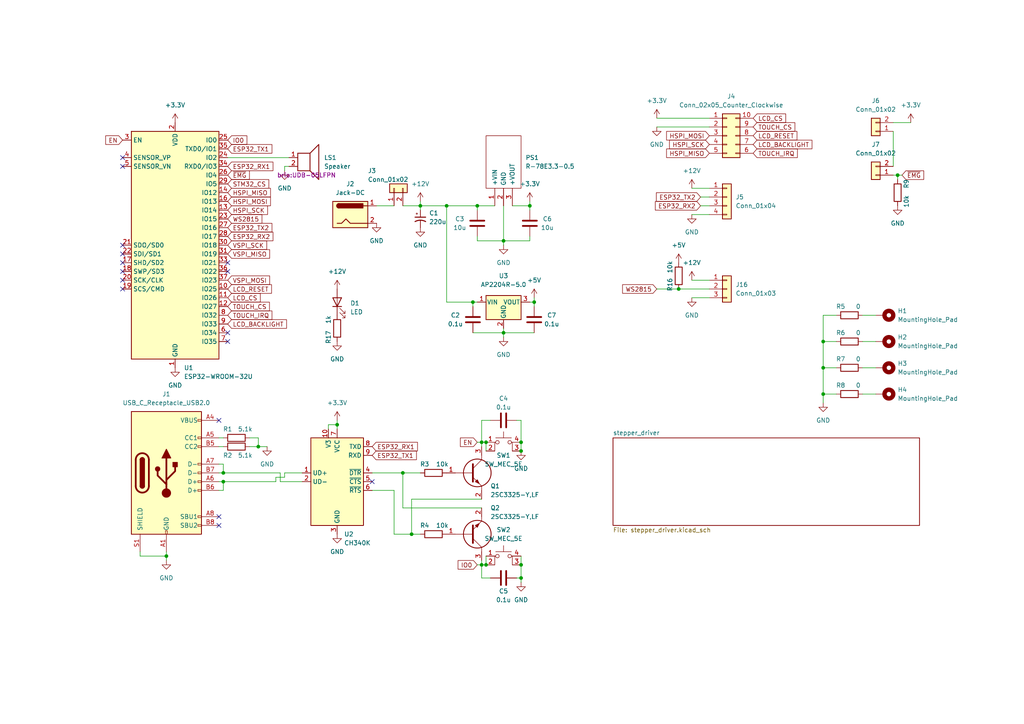
<source format=kicad_sch>
(kicad_sch (version 20211123) (generator eeschema)
  (paper "A4")
  (lib_symbols
    (symbol "Connector:Jack-DC" (pin_names (offset 1.016))
      (property "Reference" "J" (at 0 5.334 0))
      (property "Value" "Jack-DC" (at 0 -5.08 0))
      (symbol "Jack-DC_0_1"
        (rectangle (start -5.08 3.81) (end 5.08 -3.81) (stroke (width 0.254)) (fill (type background)))
        (arc (start -3.302 3.175) (mid -3.937 2.54) (end -3.302 1.905) (stroke (width 0.254)))
        (arc (start -3.302 3.175) (mid -3.937 2.54) (end -3.302 1.905) (stroke (width 0.254)) (fill (type outline)))
        (polyline (pts (xy 5.08 2.54) (xy 3.81 2.54)) (stroke (width 0.254)))
        (polyline (pts (xy -3.81 -2.54) (xy -2.54 -2.54) (xy -1.27 -1.27) (xy 0 -2.54) (xy 2.54 -2.54) (xy 5.08 -2.54)) (stroke (width 0.254)))
        (rectangle (start 3.683 3.175) (end -3.302 1.905) (stroke (width 0.254)) (fill (type outline)))
      )
      (symbol "Jack-DC_1_1"
        (pin passive line (at 7.62 2.54 180) (length 2.54) (name "~") (number "1"))
        (pin passive line (at 7.62 -2.54 180) (length 2.54) (name "~") (number "2"))
      )
    )
    (symbol "Connector:USB_C_Receptacle_USB2.0" (pin_names (offset 1.016))
      (property "Reference" "J" (at -10.16 19.05 0))
      (property "Value" "USB_C_Receptacle_USB2.0" (at 19.05 19.05 0))
      (symbol "USB_C_Receptacle_USB2.0_0_0"
        (rectangle (start -0.254 -17.78) (end 0.254 -16.764))
        (rectangle (start 10.16 -14.986) (end 9.144 -15.494))
        (rectangle (start 10.16 -12.446) (end 9.144 -12.954))
        (rectangle (start 10.16 -4.826) (end 9.144 -5.334))
        (rectangle (start 10.16 -2.286) (end 9.144 -2.794))
        (rectangle (start 10.16 0.254) (end 9.144 -0.254))
        (rectangle (start 10.16 2.794) (end 9.144 2.286))
        (rectangle (start 10.16 7.874) (end 9.144 7.366))
        (rectangle (start 10.16 10.414) (end 9.144 9.906))
        (rectangle (start 10.16 15.494) (end 9.144 14.986))
      )
      (symbol "USB_C_Receptacle_USB2.0_0_1"
        (rectangle (start -10.16 17.78) (end 10.16 -17.78) (stroke (width 0.254)) (fill (type background)))
        (arc (start -8.89 -3.81) (mid -6.985 -5.715) (end -5.08 -3.81) (stroke (width 0.508)))
        (arc (start -7.62 -3.81) (mid -6.985 -4.445) (end -6.35 -3.81) (stroke (width 0.254)))
        (arc (start -7.62 -3.81) (mid -6.985 -4.445) (end -6.35 -3.81) (stroke (width 0.254)) (fill (type outline)))
        (rectangle (start -7.62 -3.81) (end -6.35 3.81) (stroke (width 0.254)) (fill (type outline)))
        (arc (start -6.35 3.81) (mid -6.985 4.445) (end -7.62 3.81) (stroke (width 0.254)))
        (arc (start -6.35 3.81) (mid -6.985 4.445) (end -7.62 3.81) (stroke (width 0.254)) (fill (type outline)))
        (arc (start -5.08 3.81) (mid -6.985 5.715) (end -8.89 3.81) (stroke (width 0.508)))
        (circle (center -2.54 1.143) (radius 0.635) (stroke (width 0.254)) (fill (type outline)))
        (circle (center 0 -5.842) (radius 1.27) (fill (type outline)))
        (polyline (pts (xy -8.89 -3.81) (xy -8.89 3.81)) (stroke (width 0.508)))
        (polyline (pts (xy -5.08 3.81) (xy -5.08 -3.81)) (stroke (width 0.508)))
        (polyline (pts (xy 0 -5.842) (xy 0 4.318)) (stroke (width 0.508)))
        (polyline (pts (xy 0 -3.302) (xy -2.54 -0.762) (xy -2.54 0.508)) (stroke (width 0.508)))
        (polyline (pts (xy 0 -2.032) (xy 2.54 0.508) (xy 2.54 1.778)) (stroke (width 0.508)))
        (polyline (pts (xy -1.27 4.318) (xy 0 6.858) (xy 1.27 4.318) (xy -1.27 4.318)) (stroke (width 0.254)) (fill (type outline)))
        (rectangle (start 1.905 1.778) (end 3.175 3.048) (stroke (width 0.254)) (fill (type outline)))
      )
      (symbol "USB_C_Receptacle_USB2.0_1_1"
        (pin passive line (at 0 -22.86 90) (length 5.08) (name "GND") (number "A1"))
        (pin passive line (at 0 -22.86 90) (length 5.08) hide (name "GND") (number "A12"))
        (pin passive line (at 15.24 15.24 180) (length 5.08) (name "VBUS") (number "A4"))
        (pin bidirectional line (at 15.24 10.16 180) (length 5.08) (name "CC1") (number "A5"))
        (pin bidirectional line (at 15.24 -2.54 180) (length 5.08) (name "D+") (number "A6"))
        (pin bidirectional line (at 15.24 2.54 180) (length 5.08) (name "D-") (number "A7"))
        (pin bidirectional line (at 15.24 -12.7 180) (length 5.08) (name "SBU1") (number "A8"))
        (pin passive line (at 15.24 15.24 180) (length 5.08) hide (name "VBUS") (number "A9"))
        (pin passive line (at 0 -22.86 90) (length 5.08) hide (name "GND") (number "B1"))
        (pin passive line (at 0 -22.86 90) (length 5.08) hide (name "GND") (number "B12"))
        (pin passive line (at 15.24 15.24 180) (length 5.08) hide (name "VBUS") (number "B4"))
        (pin bidirectional line (at 15.24 7.62 180) (length 5.08) (name "CC2") (number "B5"))
        (pin bidirectional line (at 15.24 -5.08 180) (length 5.08) (name "D+") (number "B6"))
        (pin bidirectional line (at 15.24 0 180) (length 5.08) (name "D-") (number "B7"))
        (pin bidirectional line (at 15.24 -15.24 180) (length 5.08) (name "SBU2") (number "B8"))
        (pin passive line (at 15.24 15.24 180) (length 5.08) hide (name "VBUS") (number "B9"))
        (pin passive line (at -7.62 -22.86 90) (length 5.08) (name "SHIELD") (number "S1"))
      )
    )
    (symbol "Connector_Generic:Conn_01x02" (pin_names (offset 1.016) hide)
      (property "Reference" "J" (at 0 2.54 0))
      (property "Value" "Conn_01x02" (at 0 -5.08 0))
      (symbol "Conn_01x02_1_1"
        (rectangle (start -1.27 -2.413) (end 0 -2.667) (stroke (width 0.1524)))
        (rectangle (start -1.27 0.127) (end 0 -0.127) (stroke (width 0.1524)))
        (rectangle (start -1.27 1.27) (end 1.27 -3.81) (stroke (width 0.254)) (fill (type background)))
        (pin passive line (at -5.08 0 0) (length 3.81) (name "Pin_1") (number "1"))
        (pin passive line (at -5.08 -2.54 0) (length 3.81) (name "Pin_2") (number "2"))
      )
    )
    (symbol "Connector_Generic:Conn_01x03" (pin_names (offset 1.016) hide)
      (property "Reference" "J" (at 0 5.08 0))
      (property "Value" "Conn_01x03" (at 0 -5.08 0))
      (symbol "Conn_01x03_1_1"
        (rectangle (start -1.27 -2.413) (end 0 -2.667) (stroke (width 0.1524)))
        (rectangle (start -1.27 0.127) (end 0 -0.127) (stroke (width 0.1524)))
        (rectangle (start -1.27 2.667) (end 0 2.413) (stroke (width 0.1524)))
        (rectangle (start -1.27 3.81) (end 1.27 -3.81) (stroke (width 0.254)) (fill (type background)))
        (pin passive line (at -5.08 2.54 0) (length 3.81) (name "Pin_1") (number "1"))
        (pin passive line (at -5.08 0 0) (length 3.81) (name "Pin_2") (number "2"))
        (pin passive line (at -5.08 -2.54 0) (length 3.81) (name "Pin_3") (number "3"))
      )
    )
    (symbol "Connector_Generic:Conn_01x04" (pin_names (offset 1.016) hide)
      (property "Reference" "J" (at 0 5.08 0))
      (property "Value" "Conn_01x04" (at 0 -7.62 0))
      (symbol "Conn_01x04_1_1"
        (rectangle (start -1.27 -4.953) (end 0 -5.207) (stroke (width 0.1524)))
        (rectangle (start -1.27 -2.413) (end 0 -2.667) (stroke (width 0.1524)))
        (rectangle (start -1.27 0.127) (end 0 -0.127) (stroke (width 0.1524)))
        (rectangle (start -1.27 2.667) (end 0 2.413) (stroke (width 0.1524)))
        (rectangle (start -1.27 3.81) (end 1.27 -6.35) (stroke (width 0.254)) (fill (type background)))
        (pin passive line (at -5.08 2.54 0) (length 3.81) (name "Pin_1") (number "1"))
        (pin passive line (at -5.08 0 0) (length 3.81) (name "Pin_2") (number "2"))
        (pin passive line (at -5.08 -2.54 0) (length 3.81) (name "Pin_3") (number "3"))
        (pin passive line (at -5.08 -5.08 0) (length 3.81) (name "Pin_4") (number "4"))
      )
    )
    (symbol "Connector_Generic:Conn_02x05_Counter_Clockwise" (pin_names (offset 1.016) hide)
      (property "Reference" "J" (at 1.27 7.62 0))
      (property "Value" "Conn_02x05_Counter_Clockwise" (at 1.27 -7.62 0))
      (symbol "Conn_02x05_Counter_Clockwise_1_1"
        (rectangle (start -1.27 -4.953) (end 0 -5.207) (stroke (width 0.1524)))
        (rectangle (start -1.27 -2.413) (end 0 -2.667) (stroke (width 0.1524)))
        (rectangle (start -1.27 0.127) (end 0 -0.127) (stroke (width 0.1524)))
        (rectangle (start -1.27 2.667) (end 0 2.413) (stroke (width 0.1524)))
        (rectangle (start -1.27 5.207) (end 0 4.953) (stroke (width 0.1524)))
        (rectangle (start -1.27 6.35) (end 3.81 -6.35) (stroke (width 0.254)) (fill (type background)))
        (rectangle (start 3.81 -4.953) (end 2.54 -5.207) (stroke (width 0.1524)))
        (rectangle (start 3.81 -2.413) (end 2.54 -2.667) (stroke (width 0.1524)))
        (rectangle (start 3.81 0.127) (end 2.54 -0.127) (stroke (width 0.1524)))
        (rectangle (start 3.81 2.667) (end 2.54 2.413) (stroke (width 0.1524)))
        (rectangle (start 3.81 5.207) (end 2.54 4.953) (stroke (width 0.1524)))
        (pin passive line (at -5.08 5.08 0) (length 3.81) (name "Pin_1") (number "1"))
        (pin passive line (at 7.62 5.08 180) (length 3.81) (name "Pin_10") (number "10"))
        (pin passive line (at -5.08 2.54 0) (length 3.81) (name "Pin_2") (number "2"))
        (pin passive line (at -5.08 0 0) (length 3.81) (name "Pin_3") (number "3"))
        (pin passive line (at -5.08 -2.54 0) (length 3.81) (name "Pin_4") (number "4"))
        (pin passive line (at -5.08 -5.08 0) (length 3.81) (name "Pin_5") (number "5"))
        (pin passive line (at 7.62 -5.08 180) (length 3.81) (name "Pin_6") (number "6"))
        (pin passive line (at 7.62 -2.54 180) (length 3.81) (name "Pin_7") (number "7"))
        (pin passive line (at 7.62 0 180) (length 3.81) (name "Pin_8") (number "8"))
        (pin passive line (at 7.62 2.54 180) (length 3.81) (name "Pin_9") (number "9"))
      )
    )
    (symbol "Device:C" (pin_numbers hide) (pin_names (offset 0.254))
      (property "Reference" "C" (at 0.635 2.54 0))
      (property "Value" "C" (at 0.635 -2.54 0))
      (symbol "C_0_1"
        (polyline (pts (xy -2.032 -0.762) (xy 2.032 -0.762)) (stroke (width 0.508)))
        (polyline (pts (xy -2.032 0.762) (xy 2.032 0.762)) (stroke (width 0.508)))
      )
      (symbol "C_1_1"
        (pin passive line (at 0 3.81 270) (length 2.794) (name "~") (number "1"))
        (pin passive line (at 0 -3.81 90) (length 2.794) (name "~") (number "2"))
      )
    )
    (symbol "Device:C_Polarized_Small_US" (pin_numbers hide) (pin_names (offset 0.254) hide)
      (property "Reference" "C" (at 0.254 1.778 0))
      (property "Value" "C_Polarized_Small_US" (at 0.254 -2.032 0))
      (symbol "C_Polarized_Small_US_0_1"
        (polyline (pts (xy -1.524 0.508) (xy 1.524 0.508)) (stroke (width 0.3048)))
        (polyline (pts (xy -1.27 1.524) (xy -0.762 1.524)))
        (polyline (pts (xy -1.016 1.27) (xy -1.016 1.778)))
        (arc (start 1.524 -0.762) (mid 0 -0.3734) (end -1.524 -0.762) (stroke (width 0.3048)))
      )
      (symbol "C_Polarized_Small_US_1_1"
        (pin passive line (at 0 2.54 270) (length 2.032) (name "~") (number "1"))
        (pin passive line (at 0 -2.54 90) (length 2.032) (name "~") (number "2"))
      )
    )
    (symbol "Device:LED" (pin_numbers hide) (pin_names (offset 1.016) hide)
      (property "Reference" "D" (at 0 2.54 0))
      (property "Value" "LED" (at 0 -2.54 0))
      (symbol "LED_0_1"
        (polyline (pts (xy -1.27 -1.27) (xy -1.27 1.27)) (stroke (width 0.254)))
        (polyline (pts (xy -1.27 0) (xy 1.27 0)))
        (polyline (pts (xy 1.27 -1.27) (xy 1.27 1.27) (xy -1.27 0) (xy 1.27 -1.27)) (stroke (width 0.254)))
        (polyline (pts (xy -3.048 -0.762) (xy -4.572 -2.286) (xy -3.81 -2.286) (xy -4.572 -2.286) (xy -4.572 -1.524)))
        (polyline (pts (xy -1.778 -0.762) (xy -3.302 -2.286) (xy -2.54 -2.286) (xy -3.302 -2.286) (xy -3.302 -1.524)))
      )
      (symbol "LED_1_1"
        (pin passive line (at -3.81 0 0) (length 2.54) (name "K") (number "1"))
        (pin passive line (at 3.81 0 180) (length 2.54) (name "A") (number "2"))
      )
    )
    (symbol "Device:R" (pin_numbers hide) (pin_names (offset 0))
      (property "Reference" "R" (at 2.032 0 90))
      (property "Value" "R" (at 0 0 90))
      (symbol "R_0_1"
        (rectangle (start -1.016 -2.54) (end 1.016 2.54) (stroke (width 0.254)))
      )
      (symbol "R_1_1"
        (pin passive line (at 0 3.81 270) (length 1.27) (name "~") (number "1"))
        (pin passive line (at 0 -3.81 90) (length 1.27) (name "~") (number "2"))
      )
    )
    (symbol "Device:Speaker" (pin_names (offset 0) hide)
      (property "Reference" "LS" (at 1.27 5.715 0))
      (property "Value" "Speaker" (at 1.27 3.81 0))
      (symbol "Speaker_0_0"
        (rectangle (start -2.54 1.27) (end 1.016 -3.81) (stroke (width 0.254)))
        (polyline (pts (xy 1.016 1.27) (xy 3.556 3.81) (xy 3.556 -6.35) (xy 1.016 -3.81)) (stroke (width 0.254)))
      )
      (symbol "Speaker_1_1"
        (pin input line (at -5.08 0 0) (length 2.54) (name "1") (number "1"))
        (pin input line (at -5.08 -2.54 0) (length 2.54) (name "2") (number "2"))
      )
    )
    (symbol "Mechanical:MountingHole_Pad" (pin_numbers hide) (pin_names (offset 1.016) hide)
      (property "Reference" "H" (at 0 6.35 0))
      (property "Value" "MountingHole_Pad" (at 0 4.445 0))
      (symbol "MountingHole_Pad_0_1"
        (circle (center 0 1.27) (radius 1.27) (stroke (width 1.27)))
      )
      (symbol "MountingHole_Pad_1_1"
        (pin input line (at 0 -2.54 90) (length 2.54) (name "1") (number "1"))
      )
    )
    (symbol "RF_Module:ESP32-WROOM-32U"
      (property "Reference" "U" (at -12.7 34.29 0))
      (property "Value" "ESP32-WROOM-32U" (at 1.27 34.29 0))
      (symbol "ESP32-WROOM-32U_0_1"
        (rectangle (start -12.7 33.02) (end 12.7 -33.02) (stroke (width 0.254)) (fill (type background)))
      )
      (symbol "ESP32-WROOM-32U_1_1"
        (pin power_in line (at 0 -35.56 90) (length 2.54) (name "GND") (number "1"))
        (pin bidirectional line (at 15.24 -12.7 180) (length 2.54) (name "IO25") (number "10"))
        (pin bidirectional line (at 15.24 -15.24 180) (length 2.54) (name "IO26") (number "11"))
        (pin bidirectional line (at 15.24 -17.78 180) (length 2.54) (name "IO27") (number "12"))
        (pin bidirectional line (at 15.24 10.16 180) (length 2.54) (name "IO14") (number "13"))
        (pin bidirectional line (at 15.24 15.24 180) (length 2.54) (name "IO12") (number "14"))
        (pin passive line (at 0 -35.56 90) (length 2.54) hide (name "GND") (number "15"))
        (pin bidirectional line (at 15.24 12.7 180) (length 2.54) (name "IO13") (number "16"))
        (pin bidirectional line (at -15.24 -5.08 0) (length 2.54) (name "SHD/SD2") (number "17"))
        (pin bidirectional line (at -15.24 -7.62 0) (length 2.54) (name "SWP/SD3") (number "18"))
        (pin bidirectional line (at -15.24 -12.7 0) (length 2.54) (name "SCS/CMD") (number "19"))
        (pin power_in line (at 0 35.56 270) (length 2.54) (name "VDD") (number "2"))
        (pin bidirectional line (at -15.24 -10.16 0) (length 2.54) (name "SCK/CLK") (number "20"))
        (pin bidirectional line (at -15.24 0 0) (length 2.54) (name "SDO/SD0") (number "21"))
        (pin bidirectional line (at -15.24 -2.54 0) (length 2.54) (name "SDI/SD1") (number "22"))
        (pin bidirectional line (at 15.24 7.62 180) (length 2.54) (name "IO15") (number "23"))
        (pin bidirectional line (at 15.24 25.4 180) (length 2.54) (name "IO2") (number "24"))
        (pin bidirectional line (at 15.24 30.48 180) (length 2.54) (name "IO0") (number "25"))
        (pin bidirectional line (at 15.24 20.32 180) (length 2.54) (name "IO4") (number "26"))
        (pin bidirectional line (at 15.24 5.08 180) (length 2.54) (name "IO16") (number "27"))
        (pin bidirectional line (at 15.24 2.54 180) (length 2.54) (name "IO17") (number "28"))
        (pin bidirectional line (at 15.24 17.78 180) (length 2.54) (name "IO5") (number "29"))
        (pin input line (at -15.24 30.48 0) (length 2.54) (name "EN") (number "3"))
        (pin bidirectional line (at 15.24 0 180) (length 2.54) (name "IO18") (number "30"))
        (pin bidirectional line (at 15.24 -2.54 180) (length 2.54) (name "IO19") (number "31"))
        (pin no_connect line (at -12.7 -27.94 0) (length 2.54) hide (name "NC") (number "32"))
        (pin bidirectional line (at 15.24 -5.08 180) (length 2.54) (name "IO21") (number "33"))
        (pin bidirectional line (at 15.24 22.86 180) (length 2.54) (name "RXD0/IO3") (number "34"))
        (pin bidirectional line (at 15.24 27.94 180) (length 2.54) (name "TXD0/IO1") (number "35"))
        (pin bidirectional line (at 15.24 -7.62 180) (length 2.54) (name "IO22") (number "36"))
        (pin bidirectional line (at 15.24 -10.16 180) (length 2.54) (name "IO23") (number "37"))
        (pin passive line (at 0 -35.56 90) (length 2.54) hide (name "GND") (number "38"))
        (pin passive line (at 0 -35.56 90) (length 2.54) hide (name "GND") (number "39"))
        (pin input line (at -15.24 25.4 0) (length 2.54) (name "SENSOR_VP") (number "4"))
        (pin input line (at -15.24 22.86 0) (length 2.54) (name "SENSOR_VN") (number "5"))
        (pin input line (at 15.24 -25.4 180) (length 2.54) (name "IO34") (number "6"))
        (pin input line (at 15.24 -27.94 180) (length 2.54) (name "IO35") (number "7"))
        (pin bidirectional line (at 15.24 -20.32 180) (length 2.54) (name "IO32") (number "8"))
        (pin bidirectional line (at 15.24 -22.86 180) (length 2.54) (name "IO33") (number "9"))
      )
    )
    (symbol "Regulator_Linear:AP2204R-5.0" (pin_names (offset 0.254))
      (property "Reference" "U" (at -5.08 3.175 0))
      (property "Value" "AP2204R-5.0" (at 0 3.175 0))
      (symbol "AP2204R-5.0_0_1"
        (rectangle (start -5.08 1.905) (end 5.08 -5.08) (stroke (width 0.254)) (fill (type background)))
      )
      (symbol "AP2204R-5.0_1_1"
        (pin power_in line (at -7.62 0 0) (length 2.54) (name "VIN") (number "1"))
        (pin power_in line (at 0 -7.62 90) (length 2.54) (name "GND") (number "2"))
        (pin power_out line (at 7.62 0 180) (length 2.54) (name "VOUT") (number "3"))
      )
    )
    (symbol "Samacsys:2SC3325-Y,LF" (pin_names (offset 0.762))
      (property "Reference" "Q" (at 13.97 1.27 0))
      (property "Value" "2SC3325-Y,LF" (at 13.97 -1.27 0))
      (symbol "2SC3325-Y,LF_0_0"
        (pin passive line (at 0 0 0) (length 2.54) (name "~") (number "1"))
        (pin passive line (at 10.16 -7.62 90) (length 2.54) (name "~") (number "2"))
        (pin passive line (at 10.16 7.62 270) (length 2.54) (name "~") (number "3"))
      )
      (symbol "2SC3325-Y,LF_0_1"
        (polyline (pts (xy 2.54 0) (xy 7.62 0)) (stroke (width 0.1524)))
        (polyline (pts (xy 7.62 -1.27) (xy 10.16 -3.81)) (stroke (width 0.1524)))
        (polyline (pts (xy 7.62 1.27) (xy 10.16 3.81)) (stroke (width 0.1524)))
        (polyline (pts (xy 7.62 2.54) (xy 7.62 -2.54)) (stroke (width 0.508)))
        (polyline (pts (xy 10.16 -3.81) (xy 10.16 -5.08)) (stroke (width 0.1524)))
        (polyline (pts (xy 10.16 3.81) (xy 10.16 5.08)) (stroke (width 0.1524)))
        (polyline (pts (xy 8.382 -2.54) (xy 8.89 -2.032) (xy 9.398 -3.048) (xy 8.382 -2.54)) (stroke (width 0.254)) (fill (type outline)))
        (circle (center 8.89 0) (radius 4.0132) (stroke (width 0.254)))
      )
    )
    (symbol "Samacsys:R-78E3.3-0.5" (pin_names (offset 0.762))
      (property "Reference" "PS" (at 21.59 7.62 0))
      (property "Value" "R-78E3.3-0.5" (at 21.59 5.08 0))
      (symbol "R-78E3.3-0.5_0_0"
        (pin passive line (at 0 0 0) (length 5.08) (name "+VIN") (number "1"))
        (pin passive line (at 0 -2.54 0) (length 5.08) (name "GND") (number "2"))
        (pin passive line (at 0 -5.08 0) (length 5.08) (name "+VOUT") (number "3"))
      )
      (symbol "R-78E3.3-0.5_0_1"
        (polyline (pts (xy 5.08 2.54) (xy 20.32 2.54) (xy 20.32 -7.62) (xy 5.08 -7.62) (xy 5.08 2.54)) (stroke (width 0.1524)))
      )
    )
    (symbol "Switch:SW_MEC_5E" (pin_names (offset 1.016) hide)
      (property "Reference" "SW" (at 0.635 5.715 0))
      (property "Value" "SW_MEC_5E" (at 0 -3.175 0))
      (symbol "SW_MEC_5E_0_1"
        (circle (center -1.778 2.54) (radius 0.508))
        (polyline (pts (xy -2.286 3.81) (xy 2.286 3.81)))
        (polyline (pts (xy 0 3.81) (xy 0 5.588)))
        (polyline (pts (xy -2.54 0) (xy -2.54 2.54) (xy -2.286 2.54)))
        (polyline (pts (xy 2.54 0) (xy 2.54 2.54) (xy 2.286 2.54)))
        (circle (center 1.778 2.54) (radius 0.508))
        (pin passive line (at -5.08 2.54 0) (length 2.54) (name "1") (number "1"))
        (pin passive line (at -5.08 0 0) (length 2.54) (name "2") (number "2"))
        (pin passive line (at 5.08 0 180) (length 2.54) (name "K") (number "3"))
        (pin passive line (at 5.08 2.54 180) (length 2.54) (name "A") (number "4"))
      )
    )
    (symbol "brio:CH340K"
      (property "Reference" "U" (at 5.08 16.51 0))
      (property "Value" "CH340K" (at 5.08 13.97 0))
      (symbol "CH340K_0_1"
        (rectangle (start -7.62 12.7) (end 7.62 -12.7) (stroke (width 0.254)) (fill (type background)))
      )
      (symbol "CH340K_1_1"
        (pin bidirectional line (at -10.16 2.54 0) (length 2.54) (name "UD+") (number "1"))
        (pin passive line (at -2.54 15.24 270) (length 2.54) (name "V3") (number "10"))
        (pin bidirectional line (at -10.16 0 0) (length 2.54) (name "UD-") (number "2"))
        (pin power_in line (at 0 -15.24 90) (length 2.54) (name "GND") (number "3"))
        (pin input line (at 10.16 2.54 180) (length 2.54) (name "~{DTR}") (number "4"))
        (pin input line (at 10.16 0 180) (length 2.54) (name "~{CTS}") (number "5"))
        (pin output line (at 10.16 -2.54 180) (length 2.54) (name "~{RTS}") (number "6"))
        (pin power_in line (at 0 15.24 270) (length 2.54) (name "VCC") (number "7"))
        (pin output line (at 10.16 10.16 180) (length 2.54) (name "TXD") (number "8"))
        (pin input line (at 10.16 7.62 180) (length 2.54) (name "RXD") (number "9"))
      )
    )
    (symbol "power:+12V" (power) (pin_names (offset 0))
      (property "Value" "+12V" (at 0 3.556 0))
      (symbol "+12V_0_1"
        (polyline (pts (xy -0.762 1.27) (xy 0 2.54)))
        (polyline (pts (xy 0 0) (xy 0 2.54)))
        (polyline (pts (xy 0 2.54) (xy 0.762 1.27)))
      )
      (symbol "+12V_1_1"
        (pin power_in line (at 0 0 90) (length 0) hide (name "+12V") (number "1"))
      )
    )
    (symbol "power:+3.3V" (power) (pin_names (offset 0))
      (property "Value" "+3.3V" (at 0 3.556 0))
      (symbol "+3.3V_0_1"
        (polyline (pts (xy -0.762 1.27) (xy 0 2.54)))
        (polyline (pts (xy 0 0) (xy 0 2.54)))
        (polyline (pts (xy 0 2.54) (xy 0.762 1.27)))
      )
      (symbol "+3.3V_1_1"
        (pin power_in line (at 0 0 90) (length 0) hide (name "+3.3V") (number "1"))
      )
    )
    (symbol "power:+5V" (power) (pin_names (offset 0))
      (property "Value" "+5V" (at 0 3.556 0))
      (symbol "+5V_0_1"
        (polyline (pts (xy -0.762 1.27) (xy 0 2.54)))
        (polyline (pts (xy 0 0) (xy 0 2.54)))
        (polyline (pts (xy 0 2.54) (xy 0.762 1.27)))
      )
      (symbol "+5V_1_1"
        (pin power_in line (at 0 0 90) (length 0) hide (name "+5V") (number "1"))
      )
    )
    (symbol "power:GND" (power) (pin_names (offset 0))
      (property "Value" "GND" (at 0 -3.81 0))
      (symbol "GND_0_1"
        (polyline (pts (xy 0 0) (xy 0 -1.27) (xy 1.27 -1.27) (xy 0 -2.54) (xy -1.27 -1.27) (xy 0 -1.27)))
      )
      (symbol "GND_1_1"
        (pin power_in line (at 0 0 270) (length 0) hide (name "GND") (number "1"))
      )
    )
  )
  (junction (at 238.76 106.68))
  (junction (at 151.13 167.64))
  (junction (at 146.05 69.85))
  (junction (at 137.16 87.63))
  (junction (at 119.38 154.94))
  (junction (at 151.13 130.81))
  (junction (at 140.97 128.27))
  (junction (at 64.77 139.7))
  (junction (at 139.7 128.27))
  (junction (at 196.85 83.82))
  (junction (at 48.26 161.29))
  (junction (at 140.97 163.83))
  (junction (at 151.13 163.83))
  (junction (at 121.92 59.69))
  (junction (at 129.54 59.69))
  (junction (at 151.13 128.27))
  (junction (at 74.93 129.54))
  (junction (at 97.79 123.19))
  (junction (at 116.84 137.16))
  (junction (at 153.67 59.69))
  (junction (at 64.77 137.16))
  (junction (at 154.94 87.63))
  (junction (at 139.7 163.83))
  (junction (at 260.35 50.8))
  (junction (at 138.43 59.69))
  (junction (at 238.76 99.06))
  (junction (at 146.05 96.52))
  (junction (at 238.76 114.3))
  (no_connect (at 35.56 71.12))
  (no_connect (at 35.56 73.66))
  (no_connect (at 35.56 76.2))
  (no_connect (at 35.56 78.74))
  (no_connect (at 35.56 81.28))
  (no_connect (at 35.56 83.82))
  (no_connect (at 107.95 139.7))
  (no_connect (at 35.56 48.26))
  (no_connect (at 35.56 45.72))
  (no_connect (at 66.04 78.74))
  (no_connect (at 66.04 96.52))
  (no_connect (at 66.04 76.2))
  (no_connect (at 63.5 121.92))
  (no_connect (at 63.5 152.4))
  (no_connect (at 63.5 149.86))
  (no_connect (at 66.04 99.06))
  (wire (pts (xy 48.26 161.29) (xy 40.64 161.29)))
  (wire (pts (xy 140.97 128.27) (xy 140.97 130.81)))
  (wire (pts (xy 153.67 59.69) (xy 153.67 60.96)))
  (wire (pts (xy 82.55 48.26) (xy 83.82 48.26)))
  (wire (pts (xy 238.76 99.06) (xy 238.76 106.68)))
  (wire (pts (xy 116.84 59.69) (xy 121.92 59.69)))
  (wire (pts (xy 238.76 99.06) (xy 242.57 99.06)))
  (wire (pts (xy 238.76 91.44) (xy 238.76 99.06)))
  (wire (pts (xy 87.63 137.16) (xy 82.55 137.16)))
  (wire (pts (xy 72.39 129.54) (xy 74.93 129.54)))
  (wire (pts (xy 138.43 163.83) (xy 139.7 163.83)))
  (wire (pts (xy 139.7 163.83) (xy 140.97 163.83)))
  (wire (pts (xy 80.01 139.7) (xy 64.77 139.7)))
  (wire (pts (xy 82.55 49.53) (xy 82.55 48.26)))
  (wire (pts (xy 66.04 45.72) (xy 83.82 45.72)))
  (wire (pts (xy 203.2 57.15) (xy 205.74 57.15)))
  (wire (pts (xy 116.84 137.16) (xy 121.92 137.16)))
  (wire (pts (xy 129.54 59.69) (xy 138.43 59.69)))
  (wire (pts (xy 74.93 129.54) (xy 77.47 129.54)))
  (wire (pts (xy 250.19 99.06) (xy 254 99.06)))
  (wire (pts (xy 190.5 83.82) (xy 196.85 83.82)))
  (wire (pts (xy 190.5 36.83) (xy 205.74 36.83)))
  (wire (pts (xy 153.67 68.58) (xy 153.67 69.85)))
  (wire (pts (xy 97.79 121.92) (xy 97.79 123.19)))
  (wire (pts (xy 200.66 81.28) (xy 205.74 81.28)))
  (wire (pts (xy 139.7 144.78) (xy 119.38 144.78)))
  (wire (pts (xy 109.22 59.69) (xy 114.3 59.69)))
  (wire (pts (xy 80.01 138.43) (xy 80.01 139.7)))
  (wire (pts (xy 250.19 114.3) (xy 254 114.3)))
  (wire (pts (xy 139.7 162.56) (xy 139.7 163.83)))
  (wire (pts (xy 190.5 34.29) (xy 205.74 34.29)))
  (wire (pts (xy 138.43 59.69) (xy 138.43 60.96)))
  (wire (pts (xy 153.67 87.63) (xy 154.94 87.63)))
  (wire (pts (xy 116.84 147.32) (xy 116.84 137.16)))
  (wire (pts (xy 81.28 139.7) (xy 81.28 137.16)))
  (wire (pts (xy 200.66 86.36) (xy 205.74 86.36)))
  (wire (pts (xy 97.79 123.19) (xy 97.79 124.46)))
  (wire (pts (xy 154.94 86.36) (xy 154.94 87.63)))
  (wire (pts (xy 40.64 161.29) (xy 40.64 160.02)))
  (wire (pts (xy 64.77 137.16) (xy 81.28 137.16)))
  (wire (pts (xy 119.38 144.78) (xy 119.38 154.94)))
  (wire (pts (xy 64.77 137.16) (xy 64.77 134.62)))
  (wire (pts (xy 196.85 83.82) (xy 205.74 83.82)))
  (wire (pts (xy 129.54 87.63) (xy 129.54 59.69)))
  (wire (pts (xy 140.97 161.29) (xy 140.97 163.83)))
  (wire (pts (xy 72.39 127) (xy 74.93 127)))
  (wire (pts (xy 139.7 167.64) (xy 139.7 163.83)))
  (wire (pts (xy 260.35 50.8) (xy 261.62 50.8)))
  (wire (pts (xy 250.19 91.44) (xy 254 91.44)))
  (wire (pts (xy 242.57 91.44) (xy 238.76 91.44)))
  (wire (pts (xy 203.2 59.69) (xy 205.74 59.69)))
  (wire (pts (xy 63.5 127) (xy 64.77 127)))
  (wire (pts (xy 146.05 96.52) (xy 154.94 96.52)))
  (wire (pts (xy 137.16 87.63) (xy 129.54 87.63)))
  (wire (pts (xy 121.92 58.42) (xy 121.92 59.69)))
  (wire (pts (xy 151.13 161.29) (xy 151.13 163.83)))
  (wire (pts (xy 151.13 128.27) (xy 151.13 130.81)))
  (wire (pts (xy 259.08 35.56) (xy 264.16 35.56)))
  (wire (pts (xy 64.77 139.7) (xy 63.5 139.7)))
  (wire (pts (xy 146.05 96.52) (xy 146.05 97.79)))
  (wire (pts (xy 139.7 128.27) (xy 139.7 129.54)))
  (wire (pts (xy 142.24 167.64) (xy 139.7 167.64)))
  (wire (pts (xy 121.92 59.69) (xy 129.54 59.69)))
  (wire (pts (xy 149.86 121.92) (xy 151.13 121.92)))
  (wire (pts (xy 63.5 137.16) (xy 64.77 137.16)))
  (wire (pts (xy 95.25 123.19) (xy 97.79 123.19)))
  (wire (pts (xy 200.66 54.61) (xy 205.74 54.61)))
  (wire (pts (xy 146.05 95.25) (xy 146.05 96.52)))
  (wire (pts (xy 153.67 58.42) (xy 153.67 59.69)))
  (wire (pts (xy 119.38 154.94) (xy 114.3 154.94)))
  (wire (pts (xy 82.55 138.43) (xy 80.01 138.43)))
  (wire (pts (xy 139.7 128.27) (xy 140.97 128.27)))
  (wire (pts (xy 95.25 124.46) (xy 95.25 123.19)))
  (wire (pts (xy 151.13 121.92) (xy 151.13 128.27)))
  (wire (pts (xy 87.63 139.7) (xy 81.28 139.7)))
  (wire (pts (xy 238.76 114.3) (xy 242.57 114.3)))
  (wire (pts (xy 63.5 142.24) (xy 64.77 142.24)))
  (wire (pts (xy 260.35 50.8) (xy 260.35 52.07)))
  (wire (pts (xy 138.43 68.58) (xy 138.43 69.85)))
  (wire (pts (xy 151.13 167.64) (xy 151.13 168.91)))
  (wire (pts (xy 154.94 87.63) (xy 154.94 88.9)))
  (wire (pts (xy 114.3 154.94) (xy 114.3 142.24)))
  (wire (pts (xy 146.05 69.85) (xy 146.05 71.12)))
  (wire (pts (xy 137.16 88.9) (xy 137.16 87.63)))
  (wire (pts (xy 250.19 106.68) (xy 254 106.68)))
  (wire (pts (xy 138.43 69.85) (xy 146.05 69.85)))
  (wire (pts (xy 259.08 50.8) (xy 260.35 50.8)))
  (wire (pts (xy 238.76 114.3) (xy 238.76 116.84)))
  (wire (pts (xy 82.55 137.16) (xy 82.55 138.43)))
  (wire (pts (xy 138.43 128.27) (xy 139.7 128.27)))
  (wire (pts (xy 119.38 154.94) (xy 121.92 154.94)))
  (wire (pts (xy 148.59 59.69) (xy 153.67 59.69)))
  (wire (pts (xy 200.66 62.23) (xy 205.74 62.23)))
  (wire (pts (xy 64.77 134.62) (xy 63.5 134.62)))
  (wire (pts (xy 114.3 142.24) (xy 107.95 142.24)))
  (wire (pts (xy 151.13 163.83) (xy 151.13 167.64)))
  (wire (pts (xy 149.86 167.64) (xy 151.13 167.64)))
  (wire (pts (xy 121.92 59.69) (xy 121.92 60.96)))
  (wire (pts (xy 146.05 59.69) (xy 146.05 69.85)))
  (wire (pts (xy 48.26 161.29) (xy 48.26 162.56)))
  (wire (pts (xy 48.26 160.02) (xy 48.26 161.29)))
  (wire (pts (xy 107.95 137.16) (xy 116.84 137.16)))
  (wire (pts (xy 74.93 127) (xy 74.93 129.54)))
  (wire (pts (xy 142.24 121.92) (xy 139.7 121.92)))
  (wire (pts (xy 238.76 106.68) (xy 238.76 114.3)))
  (wire (pts (xy 238.76 106.68) (xy 242.57 106.68)))
  (wire (pts (xy 139.7 147.32) (xy 116.84 147.32)))
  (wire (pts (xy 138.43 59.69) (xy 143.51 59.69)))
  (wire (pts (xy 137.16 87.63) (xy 138.43 87.63)))
  (wire (pts (xy 63.5 129.54) (xy 64.77 129.54)))
  (wire (pts (xy 146.05 69.85) (xy 153.67 69.85)))
  (wire (pts (xy 259.08 38.1) (xy 259.08 48.26)))
  (wire (pts (xy 139.7 121.92) (xy 139.7 128.27)))
  (wire (pts (xy 64.77 142.24) (xy 64.77 139.7)))
  (wire (pts (xy 137.16 96.52) (xy 146.05 96.52)))
  (global_label "TOUCH_IRQ" (shape input) (at 218.44 44.45 0) (property "Intersheet References" "${INTERSHEET_REFS}" (effects hide)))
  (global_label "HSPI_MOSI" (shape input) (at 205.74 39.37 180) (property "Intersheet References" "${INTERSHEET_REFS}" (effects hide)))
  (global_label "HSPI_MISO" (shape input) (at 66.04 55.88 0) (property "Intersheet References" "${INTERSHEET_REFS}" (effects hide)))
  (global_label "ESP32_RX1" (shape input) (at 66.04 48.26 0) (property "Intersheet References" "${INTERSHEET_REFS}" (effects hide)))
  (global_label "ESP32_RX1" (shape input) (at 107.95 129.54 0) (property "Intersheet References" "${INTERSHEET_REFS}" (effects hide)))
  (global_label "ESP32_TX2" (shape input) (at 66.04 66.04 0) (property "Intersheet References" "${INTERSHEET_REFS}" (effects hide)))
  (global_label "TOUCH_CS" (shape input) (at 218.44 36.83 0) (property "Intersheet References" "${INTERSHEET_REFS}" (effects hide)))
  (global_label "VSPI_MISO" (shape input) (at 66.04 73.66 0) (property "Intersheet References" "${INTERSHEET_REFS}" (effects hide)))
  (global_label "IO0" (shape input) (at 138.43 163.83 180) (property "Intersheet References" "${INTERSHEET_REFS}" (effects hide)))
  (global_label "LCD_RESET" (shape input) (at 218.44 39.37 0) (property "Intersheet References" "${INTERSHEET_REFS}" (effects hide)))
  (global_label "TOUCH_CS" (shape input) (at 66.04 88.9 0) (property "Intersheet References" "${INTERSHEET_REFS}" (effects hide)))
  (global_label "HSPI_MISO" (shape input) (at 205.74 44.45 180) (property "Intersheet References" "${INTERSHEET_REFS}" (effects hide)))
  (global_label "WS2815" (shape input) (at 66.04 63.5 0) (property "Intersheet References" "${INTERSHEET_REFS}" (effects hide)))
  (global_label "LCD_CS" (shape input) (at 66.04 86.36 0) (property "Intersheet References" "${INTERSHEET_REFS}" (effects hide)))
  (global_label "HSPI_SCK" (shape input) (at 66.04 60.96 0) (property "Intersheet References" "${INTERSHEET_REFS}" (effects hide)))
  (global_label "WS2815" (shape input) (at 190.5 83.82 180) (property "Intersheet References" "${INTERSHEET_REFS}" (effects hide)))
  (global_label "ESP32_RX2" (shape input) (at 66.04 68.58 0) (property "Intersheet References" "${INTERSHEET_REFS}" (effects hide)))
  (global_label "LCD_CS" (shape input) (at 218.44 34.29 0) (property "Intersheet References" "${INTERSHEET_REFS}" (effects hide)))
  (global_label "HSPI_SCK" (shape input) (at 205.74 41.91 180) (property "Intersheet References" "${INTERSHEET_REFS}" (effects hide)))
  (global_label "EN" (shape input) (at 35.56 40.64 180) (property "Intersheet References" "${INTERSHEET_REFS}" (effects hide)))
  (global_label "LCD_RESET" (shape input) (at 66.04 83.82 0) (property "Intersheet References" "${INTERSHEET_REFS}" (effects hide)))
  (global_label "LCD_BACKLIGHT" (shape input) (at 66.04 93.98 0) (property "Intersheet References" "${INTERSHEET_REFS}" (effects hide)))
  (global_label "EN" (shape input) (at 138.43 128.27 180) (property "Intersheet References" "${INTERSHEET_REFS}" (effects hide)))
  (global_label "IO0" (shape input) (at 66.04 40.64 0) (property "Intersheet References" "${INTERSHEET_REFS}" (effects hide)))
  (global_label "ESP32_TX1" (shape input) (at 107.95 132.08 0) (property "Intersheet References" "${INTERSHEET_REFS}" (effects hide)))
  (global_label "~{EMG}" (shape input) (at 261.62 50.8 0) (property "Intersheet References" "${INTERSHEET_REFS}" (effects hide)))
  (global_label "ESP32_RX2" (shape input) (at 203.2 59.69 180) (property "Intersheet References" "${INTERSHEET_REFS}" (effects hide)))
  (global_label "~{EMG}" (shape input) (at 66.04 50.8 0) (property "Intersheet References" "${INTERSHEET_REFS}" (effects hide)))
  (global_label "TOUCH_IRQ" (shape input) (at 66.04 91.44 0) (property "Intersheet References" "${INTERSHEET_REFS}" (effects hide)))
  (global_label "ESP32_TX1" (shape input) (at 66.04 43.18 0) (property "Intersheet References" "${INTERSHEET_REFS}" (effects hide)))
  (global_label "HSPI_MOSI" (shape input) (at 66.04 58.42 0) (property "Intersheet References" "${INTERSHEET_REFS}" (effects hide)))
  (global_label "VSPI_MOSI" (shape input) (at 66.04 81.28 0) (property "Intersheet References" "${INTERSHEET_REFS}" (effects hide)))
  (global_label "VSPI_SCK" (shape input) (at 66.04 71.12 0) (property "Intersheet References" "${INTERSHEET_REFS}" (effects hide)))
  (global_label "STM32_CS" (shape input) (at 66.04 53.34 0) (property "Intersheet References" "${INTERSHEET_REFS}" (effects hide)))
  (global_label "ESP32_TX2" (shape input) (at 203.2 57.15 180) (property "Intersheet References" "${INTERSHEET_REFS}" (effects hide)))
  (global_label "LCD_BACKLIGHT" (shape input) (at 218.44 41.91 0) (property "Intersheet References" "${INTERSHEET_REFS}" (effects hide)))
  (symbol (lib_id "power:GND") (at 121.92 66.04 0) (unit 1)
    (property "Reference" "#PWR0107" (effects hide))
    (property "Value" "GND" (at 121.92 71.12 0))
  )
  (symbol (lib_id "Connector_Generic:Conn_01x03") (at 210.82 83.82 0) (unit 1)
    (property "Reference" "J16" (at 213.36 82.5499 0) (effects (justify left)))
    (property "Value" "Conn_01x03" (at 213.36 85.0899 0) (effects (justify left)))
    (property "Footprint" "Connector_JST:JST_VH_B3P-VH_1x03_P3.96mm_Vertical" (effects hide))
  )
  (symbol (lib_id "power:GND") (at 50.8 106.68 0) (unit 1)
    (property "Reference" "#PWR0103" (effects hide))
    (property "Value" "GND" (at 50.8 111.76 0))
  )
  (symbol (lib_id "Device:C") (at 154.94 92.71 180) (unit 1)
    (property "Reference" "C7" (at 160.02 91.44 0))
    (property "Value" "0.1u" (at 160.02 93.98 0))
    (property "Footprint" "Capacitor_SMD:C_0603_1608Metric_Pad1.08x0.95mm_HandSolder" (effects hide))
  )
  (symbol (lib_id "Connector_Generic:Conn_01x04") (at 210.82 57.15 0) (unit 1)
    (property "Reference" "J5" (at 213.36 57.1499 0) (effects (justify left)))
    (property "Value" "Conn_01x04" (at 213.36 59.6899 0) (effects (justify left)))
    (property "Footprint" "Connector_JST:JST_PH_B4B-PH-K_1x04_P2.00mm_Vertical" (effects hide))
  )
  (symbol (lib_id "power:+5V") (at 154.94 86.36 0) (unit 1)
    (property "Reference" "#PWR0131" (effects hide))
    (property "Value" "+5V" (at 154.94 81.28 0))
  )
  (symbol (lib_id "Device:R") (at 125.73 154.94 90) (unit 1)
    (property "Reference" "R4" (at 123.19 152.4 90))
    (property "Value" "10k" (at 128.27 152.4 90))
    (property "Footprint" "Resistor_SMD:R_0603_1608Metric_Pad0.98x0.95mm_HandSolder" (effects hide))
  )
  (symbol (lib_id "power:+12V") (at 121.92 58.42 0) (unit 1)
    (property "Reference" "#PWR0125" (effects hide))
    (property "Value" "+12V" (at 121.92 53.34 0))
  )
  (symbol (lib_id "Device:C") (at 138.43 64.77 180) (unit 1)
    (property "Reference" "C3" (at 133.35 63.5 0))
    (property "Value" "10u" (at 133.35 66.04 0))
    (property "Footprint" "Capacitor_SMD:C_0603_1608Metric_Pad1.08x0.95mm_HandSolder" (effects hide))
  )
  (symbol (lib_id "power:GND") (at 146.05 71.12 0) (unit 1)
    (property "Reference" "#PWR0127" (effects hide))
    (property "Value" "GND" (at 146.05 76.2 0))
  )
  (symbol (lib_id "Device:R") (at 260.35 55.88 0) (unit 1)
    (property "Reference" "R9" (at 262.89 53.34 90))
    (property "Value" "10k" (at 262.89 58.42 90))
    (property "Footprint" "Resistor_SMD:R_0603_1608Metric_Pad0.98x0.95mm_HandSolder" (effects hide))
  )
  (symbol (lib_id "power:+5V") (at 196.85 76.2 0) (unit 1)
    (property "Reference" "#PWR0153" (effects hide))
    (property "Value" "+5V" (at 196.85 71.12 0))
  )
  (symbol (lib_id "power:GND") (at 200.66 62.23 0) (unit 1)
    (property "Reference" "#PWR0145" (effects hide))
    (property "Value" "GND" (at 200.66 67.31 0))
  )
  (symbol (lib_id "Connector_Generic:Conn_02x05_Counter_Clockwise") (at 210.82 39.37 0) (unit 1)
    (property "Reference" "J4" (at 212.09 27.94 0))
    (property "Value" "Conn_02x05_Counter_Clockwise" (at 212.09 30.48 0))
    (property "Footprint" "Connector_PinHeader_2.54mm:PinHeader_2x05_P2.54mm_Vertical" (effects hide))
  )
  (symbol (lib_id "Mechanical:MountingHole_Pad") (at 256.54 91.44 270) (unit 1)
    (property "Reference" "H1" (at 260.35 90.1699 90) (effects (justify left)))
    (property "Value" "MountingHole_Pad" (at 260.35 92.7099 90) (effects (justify left)))
    (property "Footprint" "MountingHole:MountingHole_3.2mm_M3_Pad_Via" (effects hide))
  )
  (symbol (lib_id "Device:R") (at 246.38 114.3 90) (unit 1)
    (property "Reference" "R8" (at 243.84 111.76 90))
    (property "Value" "0" (at 248.92 111.76 90))
    (property "Footprint" "Resistor_SMD:R_0603_1608Metric_Pad0.98x0.95mm_HandSolder" (effects hide))
  )
  (symbol (lib_id "Device:C_Polarized_Small_US") (at 121.92 63.5 0) (unit 1)
    (property "Reference" "C1" (at 124.46 61.7981 0) (effects (justify left)))
    (property "Value" "220u" (at 124.46 64.3381 0) (effects (justify left)))
    (property "Footprint" "Capacitor_SMD:CP_Elec_8x10" (effects hide))
    (property "Datasheet" "https://akizukidenshi.com/catalog/g/gP-17372/" (effects hide))
  )
  (symbol (lib_id "Device:R") (at 246.38 106.68 90) (unit 1)
    (property "Reference" "R7" (at 243.84 104.14 90))
    (property "Value" "0" (at 248.92 104.14 90))
    (property "Footprint" "Resistor_SMD:R_0603_1608Metric_Pad0.98x0.95mm_HandSolder" (effects hide))
  )
  (symbol (lib_id "RF_Module:ESP32-WROOM-32U") (at 50.8 71.12 0) (unit 1)
    (property "Reference" "U1" (at 53.34 106.68 0) (effects (justify left)))
    (property "Value" "ESP32-WROOM-32U" (at 53.34 109.22 0) (effects (justify left)))
    (property "Footprint" "RF_Module:ESP32-WROOM-32U" (effects hide))
    (property "Datasheet" "https://www.espressif.com/sites/default/files/documentation/esp32-wroom-32d_esp32-wroom-32u_datasheet_en.pdf" (effects hide))
  )
  (symbol (lib_id "power:GND") (at 109.22 64.77 0) (unit 1)
    (property "Reference" "#PWR0126" (effects hide))
    (property "Value" "GND" (at 109.22 69.85 0))
  )
  (symbol (lib_id "Samacsys:2SC3325-Y,LF") (at 129.54 137.16 0) (unit 1)
    (property "Reference" "Q1" (at 142.24 140.97 0) (effects (justify left)))
    (property "Value" "2SC3325-Y,LF" (at 142.24 143.51 0) (effects (justify left)))
    (property "Footprint" "2SC3325YLF" (effects hide))
    (property "Datasheet" "https://toshiba.semicon-storage.com/eu/product/bipolar-transistor/bipolar-transistor/detail.2SC3325.html" (effects hide))
    (property "Description" "Bipolar Transistors - BJT Transistor for Low Freq. Amplification" (effects hide))
    (property "Height" "1" (effects hide))
    (property "Mouser Part Number" "757-2SC3325-YLF" (effects hide))
    (property "Mouser Price/Stock" "https://www.mouser.co.uk/ProductDetail/Toshiba/2SC3325-YLF?qs=EPmvyOv1YlPJXRlKkn43%252BQ%3D%3D" (effects hide))
    (property "Manufacturer_Name" "Toshiba" (effects hide))
    (property "Manufacturer_Part_Number" "2SC3325-Y,LF" (effects hide))
  )
  (symbol (lib_id "power:+3.3V") (at 190.5 34.29 0) (unit 1)
    (property "Reference" "#PWR0144" (effects hide))
    (property "Value" "+3.3V" (at 190.5 29.21 0))
  )
  (symbol (lib_id "Mechanical:MountingHole_Pad") (at 256.54 99.06 270) (unit 1)
    (property "Reference" "H2" (at 260.35 97.7899 90) (effects (justify left)))
    (property "Value" "MountingHole_Pad" (at 260.35 100.3299 90) (effects (justify left)))
    (property "Footprint" "MountingHole:MountingHole_3.2mm_M3_Pad_Via" (effects hide))
  )
  (symbol (lib_id "Device:R") (at 246.38 91.44 90) (unit 1)
    (property "Reference" "R5" (at 243.84 88.9 90))
    (property "Value" "0" (at 248.92 88.9 90))
    (property "Footprint" "Resistor_SMD:R_0603_1608Metric_Pad0.98x0.95mm_HandSolder" (effects hide))
  )
  (symbol (lib_id "Device:C") (at 146.05 121.92 270) (unit 1)
    (property "Reference" "C4" (at 146.05 115.57 90))
    (property "Value" "0.1u" (at 146.05 118.11 90))
    (property "Footprint" "Capacitor_SMD:C_0603_1608Metric_Pad1.08x0.95mm_HandSolder" (effects hide))
  )
  (symbol (lib_id "power:GND") (at 190.5 36.83 0) (unit 1)
    (property "Reference" "#PWR0143" (effects hide))
    (property "Value" "GND" (at 190.5 41.91 0))
  )
  (symbol (lib_id "power:GND") (at 97.79 154.94 0) (unit 1)
    (property "Reference" "#PWR0109" (effects hide))
    (property "Value" "GND" (at 97.79 160.02 0))
  )
  (symbol (lib_id "power:GND") (at 97.79 99.06 0) (unit 1)
    (property "Reference" "#PWR0157" (effects hide))
    (property "Value" "GND" (at 97.79 104.14 0))
  )
  (symbol (lib_id "power:+3.3V") (at 153.67 58.42 0) (unit 1)
    (property "Reference" "#PWR0132" (effects hide))
    (property "Value" "+3.3V" (at 153.67 53.34 0))
  )
  (symbol (lib_id "power:+12V") (at 97.79 83.82 0) (unit 1)
    (property "Reference" "#PWR0156" (effects hide))
    (property "Value" "+12V" (at 97.79 78.74 0))
  )
  (symbol (lib_id "power:GND") (at 82.55 49.53 0) (unit 1)
    (property "Reference" "#PWR0158" (effects hide))
    (property "Value" "GND" (at 82.55 54.61 0))
  )
  (symbol (lib_id "power:GND") (at 238.76 116.84 0) (unit 1)
    (property "Reference" "#PWR0142" (effects hide))
    (property "Value" "GND" (at 238.76 121.92 0))
  )
  (symbol (lib_id "Mechanical:MountingHole_Pad") (at 256.54 114.3 270) (unit 1)
    (property "Reference" "H4" (at 260.35 113.0299 90) (effects (justify left)))
    (property "Value" "MountingHole_Pad" (at 260.35 115.5699 90) (effects (justify left)))
    (property "Footprint" "MountingHole:MountingHole_3.2mm_M3_Pad_Via" (effects hide))
  )
  (symbol (lib_id "Device:Speaker") (at 88.9 45.72 0) (unit 1)
    (property "Reference" "LS1" (at 93.98 45.7199 0) (effects (justify left)))
    (property "Value" "Speaker" (at 93.98 48.2599 0) (effects (justify left)))
    (property "Footprint" "brio:UDB-05LFPN" (at 88.9 50.8 0))
  )
  (symbol (lib_id "power:GND") (at 48.26 162.56 0) (unit 1)
    (property "Reference" "#PWR0108" (effects hide))
    (property "Value" "GND" (at 48.26 167.64 0))
  )
  (symbol (lib_id "Switch:SW_MEC_5E") (at 146.05 130.81 0) (unit 1)
    (property "Reference" "SW1" (at 146.05 132.08 0))
    (property "Value" "SW_MEC_5E" (at 146.05 134.62 0))
    (property "Footprint" "Samacsys:SKRPABE010" (effects hide))
    (property "Datasheet" "http://www.apem.com/int/index.php?controller=attachment&id_attachment=1371" (effects hide))
  )
  (symbol (lib_id "Device:C") (at 137.16 92.71 180) (unit 1)
    (property "Reference" "C2" (at 132.08 91.44 0))
    (property "Value" "0.1u" (at 132.08 93.98 0))
    (property "Footprint" "Capacitor_SMD:C_0603_1608Metric_Pad1.08x0.95mm_HandSolder" (effects hide))
  )
  (symbol (lib_id "power:GND") (at 260.35 59.69 0) (unit 1)
    (property "Reference" "#PWR0130" (effects hide))
    (property "Value" "GND" (at 260.35 64.77 0))
  )
  (symbol (lib_id "Connector_Generic:Conn_01x02") (at 254 50.8 180) (unit 1)
    (property "Reference" "J7" (at 254 41.91 0))
    (property "Value" "Conn_01x02" (at 254 44.45 0))
    (property "Footprint" "Connector_PinHeader_2.54mm:PinHeader_1x02_P2.54mm_Horizontal" (effects hide))
  )
  (symbol (lib_id "power:+12V") (at 200.66 81.28 0) (unit 1)
    (property "Reference" "#PWR0152" (effects hide))
    (property "Value" "+12V" (at 200.66 76.2 0))
  )
  (symbol (lib_id "power:GND") (at 146.05 97.79 0) (unit 1)
    (property "Reference" "#PWR0128" (effects hide))
    (property "Value" "GND" (at 146.05 102.87 0))
  )
  (symbol (lib_id "Device:R") (at 97.79 95.25 180) (unit 1)
    (property "Reference" "R17" (at 95.25 97.79 90))
    (property "Value" "1k" (at 95.25 92.71 90))
    (property "Footprint" "Resistor_SMD:R_0603_1608Metric_Pad0.98x0.95mm_HandSolder" (effects hide))
  )
  (symbol (lib_id "Switch:SW_MEC_5E") (at 146.05 163.83 0) (unit 1)
    (property "Reference" "SW2" (at 146.05 153.67 0))
    (property "Value" "SW_MEC_5E" (at 146.05 156.21 0))
    (property "Footprint" "Samacsys:SKRPABE010" (effects hide))
    (property "Datasheet" "http://www.apem.com/int/index.php?controller=attachment&id_attachment=1371" (effects hide))
  )
  (symbol (lib_id "Device:R") (at 246.38 99.06 90) (unit 1)
    (property "Reference" "R6" (at 243.84 96.52 90))
    (property "Value" "0" (at 248.92 96.52 90))
    (property "Footprint" "Resistor_SMD:R_0603_1608Metric_Pad0.98x0.95mm_HandSolder" (effects hide))
  )
  (symbol (lib_id "Mechanical:MountingHole_Pad") (at 256.54 106.68 270) (unit 1)
    (property "Reference" "H3" (at 260.35 105.4099 90) (effects (justify left)))
    (property "Value" "MountingHole_Pad" (at 260.35 107.9499 90) (effects (justify left)))
    (property "Footprint" "MountingHole:MountingHole_3.2mm_M3_Pad_Via" (effects hide))
  )
  (symbol (lib_id "Device:R") (at 125.73 137.16 90) (unit 1)
    (property "Reference" "R3" (at 123.19 134.62 90))
    (property "Value" "10k" (at 128.27 134.62 90))
    (property "Footprint" "Resistor_SMD:R_0603_1608Metric_Pad0.98x0.95mm_HandSolder" (effects hide))
  )
  (symbol (lib_id "Samacsys:R-78E3.3-0.5") (at 143.51 59.69 90) (unit 1)
    (property "Reference" "PS1" (at 152.4 45.7199 90) (effects (justify right)))
    (property "Value" "R-78E3.3-0.5" (at 152.4 48.2599 90) (effects (justify right)))
    (property "Footprint" "R78E1205" (effects hide))
    (property "Datasheet" "http://www.recom-power.com/pdf/Innoline/R-78Exx-0.5.pdf" (effects hide))
    (property "Description" "Switching Regulator 6-28Vin 3.3Vout 0.5A Switching Regulator, 6" (effects hide))
    (property "Height" "10.9" (effects hide))
    (property "Mouser Part Number" "919-R-78E3.3-0.5" (effects hide))
    (property "Mouser Price/Stock" "https://www.mouser.co.uk/ProductDetail/RECOM-Power/R-78E3.3-0.5?qs=W2iVYWQZWNCE79Y%252BXUlz8Q%3D%3D" (effects hide))
    (property "Manufacturer_Name" "RECOM Power" (effects hide))
    (property "Manufacturer_Part_Number" "R-78E3.3-0.5" (effects hide))
  )
  (symbol (lib_id "Device:R") (at 68.58 127 90) (unit 1)
    (property "Reference" "R1" (at 66.04 124.46 90))
    (property "Value" "5.1k" (at 71.12 124.46 90))
    (property "Footprint" "Resistor_SMD:R_0603_1608Metric_Pad0.98x0.95mm_HandSolder" (effects hide))
  )
  (symbol (lib_id "brio:CH340K") (at 97.79 139.7 0) (unit 1)
    (property "Reference" "U2" (at 99.8094 154.94 0) (effects (justify left)))
    (property "Value" "CH340K" (at 99.8094 157.48 0) (effects (justify left)))
    (property "Footprint" "Package_SO:SSOP-10_3.9x4.9mm_P1.00mm" (effects hide))
  )
  (symbol (lib_id "power:+3.3V") (at 50.8 35.56 0) (unit 1)
    (property "Reference" "#PWR0105" (effects hide))
    (property "Value" "+3.3V" (at 50.8 30.48 0))
  )
  (symbol (lib_id "Connector_Generic:Conn_01x02") (at 114.3 54.61 90) (unit 1)
    (property "Reference" "J3" (at 106.68 49.53 90) (effects (justify right)))
    (property "Value" "Conn_01x02" (at 106.68 52.07 90) (effects (justify right)))
    (property "Footprint" "Connector_JST:JST_VH_B2P-VH_1x02_P3.96mm_Vertical" (effects hide))
  )
  (symbol (lib_id "power:GND") (at 77.47 129.54 0) (unit 1)
    (property "Reference" "#PWR0106" (effects hide))
    (property "Value" "GND" (at 77.47 134.62 0))
  )
  (symbol (lib_id "Device:LED") (at 97.79 87.63 90) (unit 1)
    (property "Reference" "D1" (at 101.6 87.9474 90) (effects (justify right)))
    (property "Value" "LED" (at 101.6 90.4874 90) (effects (justify right)))
    (property "Footprint" "LED_SMD:LED_0603_1608Metric_Pad1.05x0.95mm_HandSolder" (effects hide))
  )
  (symbol (lib_id "Samacsys:2SC3325-Y,LF") (at 129.54 154.94 0) (mirror x) (unit 1)
    (property "Reference" "Q2" (at 142.24 147.32 0) (effects (justify left)))
    (property "Value" "2SC3325-Y,LF" (at 142.24 149.86 0) (effects (justify left)))
    (property "Footprint" "2SC3325YLF" (effects hide))
    (property "Datasheet" "https://toshiba.semicon-storage.com/eu/product/bipolar-transistor/bipolar-transistor/detail.2SC3325.html" (effects hide))
    (property "Description" "Bipolar Transistors - BJT Transistor for Low Freq. Amplification" (effects hide))
    (property "Height" "1" (effects hide))
    (property "Mouser Part Number" "757-2SC3325-YLF" (effects hide))
    (property "Mouser Price/Stock" "https://www.mouser.co.uk/ProductDetail/Toshiba/2SC3325-YLF?qs=EPmvyOv1YlPJXRlKkn43%252BQ%3D%3D" (effects hide))
    (property "Manufacturer_Name" "Toshiba" (effects hide))
    (property "Manufacturer_Part_Number" "2SC3325-Y,LF" (effects hide))
  )
  (symbol (lib_id "Device:C") (at 146.05 167.64 270) (unit 1)
    (property "Reference" "C5" (at 146.05 171.45 90))
    (property "Value" "0.1u" (at 146.05 173.99 90))
    (property "Footprint" "Capacitor_SMD:C_0603_1608Metric_Pad1.08x0.95mm_HandSolder" (effects hide))
  )
  (symbol (lib_id "Device:R") (at 68.58 129.54 90) (unit 1)
    (property "Reference" "R2" (at 66.04 132.08 90))
    (property "Value" "5.1k" (at 71.12 132.08 90))
    (property "Footprint" "Resistor_SMD:R_0603_1608Metric_Pad0.98x0.95mm_HandSolder" (effects hide))
  )
  (symbol (lib_id "Connector:USB_C_Receptacle_USB2.0") (at 48.26 137.16 0) (unit 1)
    (property "Reference" "J1" (at 48.26 114.3 0))
    (property "Value" "USB_C_Receptacle_USB2.0" (at 48.26 116.84 0))
    (property "Footprint" "Connector_USB:USB_C_Receptacle_XKB_U262-16XN-4BVC11" (effects hide))
    (property "Datasheet" "https://www.usb.org/sites/default/files/documents/usb_type-c.zip" (effects hide))
  )
  (symbol (lib_id "power:+3.3V") (at 264.16 35.56 0) (unit 1)
    (property "Reference" "#PWR0129" (effects hide))
    (property "Value" "+3.3V" (at 264.16 30.48 0))
  )
  (symbol (lib_id "Connector_Generic:Conn_01x02") (at 254 38.1 180) (unit 1)
    (property "Reference" "J6" (at 254 29.21 0))
    (property "Value" "Conn_01x02" (at 254 31.75 0))
    (property "Footprint" "Connector_PinHeader_2.54mm:PinHeader_1x02_P2.54mm_Vertical" (effects hide))
  )
  (symbol (lib_id "power:GND") (at 151.13 168.91 0) (unit 1)
    (property "Reference" "#PWR0101" (effects hide))
    (property "Value" "GND" (at 151.13 173.99 0))
  )
  (symbol (lib_id "Connector:Jack-DC") (at 101.6 62.23 0) (unit 1)
    (property "Reference" "J2" (at 101.6 53.34 0))
    (property "Value" "Jack-DC" (at 101.6 55.88 0))
    (property "Footprint" "brio:2DC-G213-D42" (effects hide))
  )
  (symbol (lib_id "power:GND") (at 151.13 130.81 0) (unit 1)
    (property "Reference" "#PWR0104" (effects hide))
    (property "Value" "GND" (at 151.13 135.89 0))
  )
  (symbol (lib_id "Regulator_Linear:AP2204R-5.0") (at 146.05 87.63 0) (unit 1)
    (property "Reference" "U3" (at 146.05 80.01 0))
    (property "Value" "AP2204R-5.0" (at 146.05 82.55 0))
    (property "Footprint" "Package_TO_SOT_SMD:SOT-89-3" (effects hide))
    (property "Datasheet" "https://www.diodes.com/assets/Datasheets/AP2204.pdf" (effects hide))
  )
  (symbol (lib_id "power:GND") (at 200.66 86.36 0) (unit 1)
    (property "Reference" "#PWR0147" (effects hide))
    (property "Value" "GND" (at 200.66 91.44 0))
  )
  (symbol (lib_id "power:+12V") (at 200.66 54.61 0) (unit 1)
    (property "Reference" "#PWR0146" (effects hide))
    (property "Value" "+12V" (at 200.66 49.53 0))
  )
  (symbol (lib_id "power:+3.3V") (at 97.79 121.92 0) (unit 1)
    (property "Reference" "#PWR0102" (effects hide))
    (property "Value" "+3.3V" (at 97.79 116.84 0))
  )
  (symbol (lib_id "Device:C") (at 153.67 64.77 180) (unit 1)
    (property "Reference" "C6" (at 158.75 63.5 0))
    (property "Value" "10u" (at 158.75 66.04 0))
    (property "Footprint" "Capacitor_SMD:C_0603_1608Metric_Pad1.08x0.95mm_HandSolder" (effects hide))
  )
  (symbol (lib_id "Device:R") (at 196.85 80.01 180) (unit 1)
    (property "Reference" "R16" (at 194.31 82.55 90))
    (property "Value" "10k" (at 194.31 77.47 90))
    (property "Footprint" "Resistor_SMD:R_0603_1608Metric_Pad0.98x0.95mm_HandSolder" (effects hide))
  )
  (sheet (at 177.8 127) (size 88.9 25.4) (stroke (width 0.1524))
    (property "Sheet name" "stepper_driver" (at 177.8 126.2884 0) (effects (justify left bottom)))
    (property "Sheet file" "stepper_driver.kicad_sch" (at 177.8 152.9846 0) (effects (justify left top)))
  )
)
</source>
